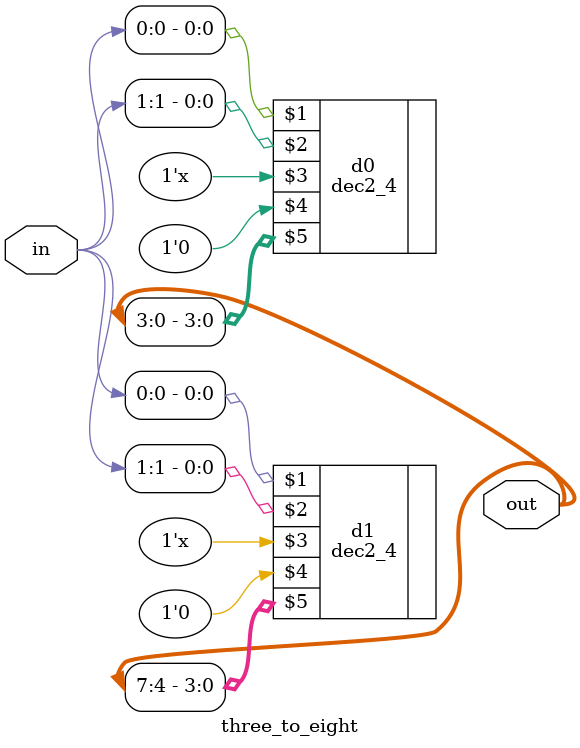
<source format=v>
`include "ttof.v"
module three_to_eight(in,out);
input [2:0]in;
output [7:0]out;
dec2_4 d0(in[0],in[1],~in[3],1'd0,out[3:0]);
dec2_4 d1(in[0],in[1],in[3],1'd0,out[7:4]);
endmodule
</source>
